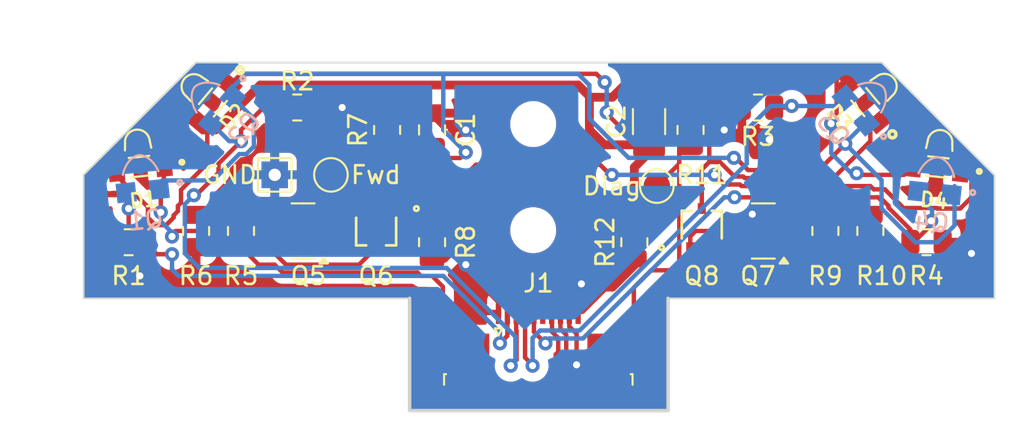
<source format=kicad_pcb>
(kicad_pcb (version 20241229) (generator "pcbnew") (generator_version "9.0")
  (layers (0 "F.Cu" signal) (2 "B.Cu" signal) (13 "F.Paste" user) (15 "B.Paste" user) (5 "F.SilkS" user "F.Silkscreen") (7 "B.SilkS" user "B.Silkscreen") (1 "F.Mask" user) (3 "B.Mask" user) (25 "Edge.Cuts" user))
  (net 0 "")
  (net 1 "+BATT")
  (net 2 "GND")
  (net 3 "Net-(D1-K)")
  (net 4 "Net-(D2-K)")
  (net 5 "D1")
  (net 6 "A0")
  (net 7 "A1")
  (net 8 "A2")
  (net 9 "A3")
  (net 10 "+3.3V")
  (net 11 "D0")
  (net 12 "Net-(Q1-C)")
  (net 13 "Net-(Q7-B)")
  (net 14 "Net-(Q7-C)")
  (net 15 "Net-(D1-A)")
  (net 16 "Net-(Q5-C)")
  (net 17 "Net-(Q5-B)")
  (footprint "Resistor_SMD:R_0805_2012Metric" (layer "F.Cu") (at 132.715 106.045 -90)
    (property "Reference" "R6" (at 2.54 0 180) (layer "F.SilkS"))
    (property "Value" "15k")
    (pad "1" smd roundrect (at -0.9125 0 270) (size 1.025 1.4) (layers "F.Cu" "F.Mask" "F.Paste") (roundrect_rratio 0.243902) (net 16 "Net-(Q5-C)"))
    (pad "2" smd roundrect (at 0.9125 0 270) (size 1.025 1.4) (layers "F.Cu" "F.Mask" "F.Paste") (roundrect_rratio 0.243902) (net 2 "GND"))
  )
  (footprint "Resistor_SMD:R_0805_2012Metric" (layer "F.Cu") (at 160.655 100.33 90)
    (property "Reference" "R11" (at -2.54 0.635 0) (layer "F.SilkS"))
    (property "Value" "1R5")
    (pad "1" smd roundrect (at -0.9125 0 90) (size 1.025 1.4) (layers "F.Cu" "F.Mask" "F.Paste") (roundrect_rratio 0.243902) (net 13 "Net-(Q7-B)"))
    (pad "2" smd roundrect (at 0.9125 0 90) (size 1.025 1.4) (layers "F.Cu" "F.Mask" "F.Paste") (roundrect_rratio 0.243902) (net 2 "GND"))
  )
  (footprint "TestPoint:TestPoint_THTPad_1.5x1.5mm_Drill0.7mm" (layer "F.Cu") (at 137.16 102.87)
    (property "Reference" "TP3")
    (property "Value" "GND" (at -2.54 0 0) (layer "F.SilkS"))
    (pad "1" thru_hole rect (at 0 0) (size 1.5 1.5) (drill 0.7) (layers "*.Cu" "*.Mask") (net 2 "GND"))
  )
  (footprint "Resistor_SMD:R_0805_2012Metric" (layer "F.Cu") (at 164.465 99.06 180)
    (property "Reference" "R3" (at 0 -1.65 0) (layer "F.SilkS"))
    (property "Value" "680R")
    (pad "1" smd roundrect (at -0.9125 0 180) (size 1.025 1.4) (layers "F.Cu" "F.Mask" "F.Paste") (roundrect_rratio 0.243902) (net 8 "A2"))
    (pad "2" smd roundrect (at 0.9125 0 180) (size 1.025 1.4) (layers "F.Cu" "F.Mask" "F.Paste") (roundrect_rratio 0.243902) (net 2 "GND"))
  )
  (footprint "Resistor_SMD:R_0805_2012Metric" (layer "F.Cu") (at 138.43 99.06)
    (property "Reference" "R2" (at 0.003483 -1.48959 0) (layer "F.SilkS"))
    (property "Value" "680R")
    (pad "1" smd roundrect (at -0.9125 0) (size 1.025 1.4) (layers "F.Cu" "F.Mask" "F.Paste") (roundrect_rratio 0.243902) (net 7 "A1"))
    (pad "2" smd roundrect (at 0.9125 0) (size 1.025 1.4) (layers "F.Cu" "F.Mask" "F.Paste") (roundrect_rratio 0.243902) (net 2 "GND"))
  )
  (footprint "MyOpto:UFM_TOS-M" (layer "F.Cu") (at 161.29 105.8799)
    (property "Reference" "Q8" (at 0 2.7051 0) (layer "F.SilkS"))
    (property "Value" "SSM3K122TU")
    (pad "1" smd rect (at -0.649999 1.1049) (size 0.4572 0.6096) (layers "F.Cu" "F.Mask" "F.Paste") (net 14 "Net-(Q7-C)"))
    (pad "2" smd rect (at 0.649999 1.1049) (size 0.4572 0.6096) (layers "F.Cu" "F.Mask" "F.Paste") (net 13 "Net-(Q7-B)"))
    (pad "3" smd rect (at 0 -1.1049) (size 0.4572 0.6096) (layers "F.Cu" "F.Mask" "F.Paste") (net 4 "Net-(D2-K)"))
  )
  (footprint "Resistor_SMD:R_0805_2012Metric" (layer "F.Cu") (at 128.905 106.68 180)
    (property "Reference" "R1" (at 0 -1.905 0) (layer "F.SilkS"))
    (property "Value" "510R")
    (pad "1" smd roundrect (at -0.9125 0 180) (size 1.025 1.4) (layers "F.Cu" "F.Mask" "F.Paste") (roundrect_rratio 0.243902) (net 6 "A0"))
    (pad "2" smd roundrect (at 0.9125 0 180) (size 1.025 1.4) (layers "F.Cu" "F.Mask" "F.Paste") (roundrect_rratio 0.243902) (net 2 "GND"))
  )
  (footprint "Capacitor_SMD:C_1206_3216Metric" (layer "F.Cu") (at 158.310474 99.857008 90)
    (property "Reference" "C2" (at 0 -1.85 90) (layer "F.SilkS"))
    (property "Value" "47uF")
    (pad "1" smd roundrect (at -1.475 0 90) (size 1.15 1.8) (layers "F.Cu" "F.Mask" "F.Paste") (roundrect_rratio 0.217391) (net 15 "Net-(D1-A)"))
    (pad "2" smd roundrect (at 1.475 0 90) (size 1.15 1.8) (layers "F.Cu" "F.Mask" "F.Paste") (roundrect_rratio 0.217391) (net 2 "GND"))
  )
  (footprint "TestPoint:TestPoint_Pad_D1.5mm" (layer "F.Cu") (at 140.335 102.87)
    (property "Reference" "TP2" (hide yes))
    (property "Value" "Fwd" (at 2.54 0 0) (layer "F.SilkS"))
    (pad "1" smd circle (at 0 0) (size 1.5 1.5) (layers "F.Cu" "F.Mask") (net 17 "Net-(Q5-B)"))
  )
  (footprint "Resistor_SMD:R_0805_2012Metric" (layer "F.Cu") (at 135.255 106.045 90)
    (property "Reference" "R5" (at -2.54 0 180) (layer "F.SilkS"))
    (property "Value" "1k")
    (pad "1" smd roundrect (at -0.9125 0 90) (size 1.025 1.4) (layers "F.Cu" "F.Mask" "F.Paste") (roundrect_rratio 0.243902) (net 11 "D0"))
    (pad "2" smd roundrect (at 0.9125 0 90) (size 1.025 1.4) (layers "F.Cu" "F.Mask" "F.Paste") (roundrect_rratio 0.243902) (net 16 "Net-(Q5-C)"))
  )
  (footprint "MyOpto:LED_SFH_4045N" (layer "F.Cu") (at 129.545543 102.404345 -174)
    (property "Reference" "D1" (at 0 -1.905 6) (layer "F.SilkS") (effects (font (size 0.8 0.8))))
    (property "Value" "SFH4045N")
    (pad "1" smd rect (at -1.35 0 186) (size 0.9 1.4) (layers "F.Cu" "F.Mask" "F.Paste") (net 3 "Net-(D1-K)"))
    (pad "2" smd rect (at 1.35 0 186) (size 0.9 1.4) (layers "F.Cu" "F.Mask" "F.Paste") (net 15 "Net-(D1-A)"))
  )
  (footprint "Package_TO_SOT_SMD:SOT-23" (layer "F.Cu") (at 138.7625 106.045 180)
    (property "Reference" "Q5" (at -0.3025 -2.54 0) (layer "F.SilkS"))
    (property "Value" "BC817")
    (pad "1" smd roundrect (at -0.9375 -0.95 180) (size 1.475 0.6) (layers "F.Cu" "F.Mask" "F.Paste") (net 17 "Net-(Q5-B)"))
    (pad "2" smd roundrect (at -0.9375 0.95 180) (size 1.475 0.6) (layers "F.Cu" "F.Mask" "F.Paste") (net 2 "GND"))
    (pad "3" smd roundrect (at 0.9375 0 180) (size 1.475 0.6) (layers "F.Cu" "F.Mask" "F.Paste") (net 16 "Net-(Q5-C)"))
  )
  (footprint "Resistor_SMD:R_0805_2012Metric" (layer "F.Cu") (at 146.05 106.68 90)
    (property "Reference" "R8" (at 0 1.905 90) (layer "F.SilkS"))
    (property "Value" "15R")
    (pad "1" smd roundrect (at -0.9125 0 90) (size 1.025 1.4) (layers "F.Cu" "F.Mask" "F.Paste") (roundrect_rratio 0.243902) (net 1 "+BATT"))
    (pad "2" smd roundrect (at 0.9125 0 90) (size 1.025 1.4) (layers "F.Cu" "F.Mask" "F.Paste") (roundrect_rratio 0.243902) (net 12 "Net-(Q1-C)"))
  )
  (footprint "Resistor_SMD:R_0805_2012Metric" (layer "F.Cu") (at 157.48 106.68 90)
    (property "Reference" "R12" (at 0 -1.65 90) (layer "F.SilkS"))
    (property "Value" "20R")
    (pad "1" smd roundrect (at -0.9125 0 90) (size 1.025 1.4) (layers "F.Cu" "F.Mask" "F.Paste") (roundrect_rratio 0.243902) (net 1 "+BATT"))
    (pad "2" smd roundrect (at 0.9125 0 90) (size 1.025 1.4) (layers "F.Cu" "F.Mask" "F.Paste") (roundrect_rratio 0.243902) (net 15 "Net-(D1-A)"))
  )
  (footprint "MyPassives:SlimFPC_1x10-1MP_P0.5mm_Horizontal_ExtPads" (layer "F.Cu") (at 152.055 112.105)
    (property "Reference" "J1" (at 0 -3.1 180) (layer "F.SilkS"))
    (property "Value" "10x0.5mm FPC")
    (pad "1" smd rect (at -2.25 -1.45) (size 0.3 1.3) (layers "F.Cu" "F.Mask" "F.Paste") (net 2 "GND"))
    (pad "2" smd rect (at -1.75 -1.45) (size 0.3 1.3) (layers "F.Cu" "F.Mask" "F.Paste") (net 6 "A0"))
    (pad "3" smd rect (at -1.25 -1.45) (size 0.3 1.3) (layers "F.Cu" "F.Mask" "F.Paste") (net 7 "A1"))
    (pad "4" smd rect (at -0.75 -1.45) (size 0.3 1.3) (layers "F.Cu" "F.Mask" "F.Paste") (net 8 "A2"))
    (pad "5" smd rect (at -0.25 -1.45) (size 0.3 1.3) (layers "F.Cu" "F.Mask" "F.Paste") (net 9 "A3"))
    (pad "6" smd rect (at 0.25 -1.45) (size 0.3 1.3) (layers "F.Cu" "F.Mask" "F.Paste") (net 10 "+3.3V"))
    (pad "7" smd rect (at 0.75 -1.45) (size 0.3 1.3) (layers "F.Cu" "F.Mask" "F.Paste") (net 11 "D0"))
    (pad "8" smd rect (at 1.25 -1.45) (size 0.3 1.3) (layers "F.Cu" "F.Mask" "F.Paste") (net 5 "D1"))
    (pad "9" smd rect (at 1.75 -1.45) (size 0.3 1.3) (layers "F.Cu" "F.Mask" "F.Paste") (net 2 "GND"))
    (pad "10" smd rect (at 2.25 -1.45) (size 0.3 1.3) (layers "F.Cu" "F.Mask" "F.Paste") (net 1 "+BATT"))
    (pad "MP" smd rect (at -3.798 1.016) (size 2.056 2.54) (layers "F.Cu" "F.Mask" "F.Paste"))
    (pad "MP" smd rect (at 3.798 1.016) (size 2.056 2.54) (layers "F.Cu" "F.Mask" "F.Paste"))
  )
  (footprint "Resistor_SMD:R_0805_2012Metric" (layer "F.Cu") (at 173.99 106.68)
    (property "Reference" "R4" (at 0 1.905 0) (layer "F.SilkS"))
    (property "Value" "510R")
    (pad "1" smd roundrect (at -0.9125 0) (size 1.025 1.4) (layers "F.Cu" "F.Mask" "F.Paste") (roundrect_rratio 0.243902) (net 9 "A3"))
    (pad "2" smd roundrect (at 0.9125 0) (size 1.025 1.4) (layers "F.Cu" "F.Mask" "F.Paste") (roundrect_rratio 0.243902) (net 2 "GND"))
  )
  (footprint "MyOpto:LED_SFH_4045N" (layer "F.Cu") (at 133.670013 98.773513 -130)
    (property "Reference" "D2" (at -0.085074 -1.417352 50) (layer "F.SilkS") (effects (font (size 0.8 0.8))))
    (property "Value" "SFH4045N")
    (pad "1" smd rect (at -1.35 0 230) (size 0.9 1.4) (layers "F.Cu" "F.Mask" "F.Paste") (net 4 "Net-(D2-K)"))
    (pad "2" smd rect (at 1.35 0 230) (size 0.9 1.4) (layers "F.Cu" "F.Mask" "F.Paste") (net 15 "Net-(D1-A)"))
  )
  (footprint "MountingHole:MountingHole_2.1mm" (layer "F.Cu") (at 151.765 106)
    (property "Reference" "REF-mh" (hide yes))
    (property "Value" "MountingHole_2.1mm" (hide yes))
    (pad "" np_thru_hole circle (at 0 0) (size 2.1 2.1) (drill 2.1) (layers "*.Cu" "*.Mask"))
  )
  (footprint "Capacitor_SMD:C_0805_2012Metric" (layer "F.Cu") (at 146.05 100.33 90)
    (property "Reference" "C1" (at 0 1.905 90) (layer "F.SilkS"))
    (property "Value" "2.2uF")
    (pad "1" smd roundrect (at -0.95 0 90) (size 1 1.45) (layers "F.Cu" "F.Mask" "F.Paste") (net 12 "Net-(Q1-C)"))
    (pad "2" smd roundrect (at 0.95 0 90) (size 1 1.45) (layers "F.Cu" "F.Mask" "F.Paste") (net 2 "GND"))
  )
  (footprint "Resistor_SMD:R_0805_2012Metric" (layer "F.Cu") (at 170.815 106.045 -90)
    (property "Reference" "R10" (at 2.54 -0.635 180) (layer "F.SilkS"))
    (property "Value" "15k")
    (pad "1" smd roundrect (at -0.9125 0 270) (size 1.025 1.4) (layers "F.Cu" "F.Mask" "F.Paste") (roundrect_rratio 0.243902) (net 14 "Net-(Q7-C)"))
    (pad "2" smd roundrect (at 0.9125 0 270) (size 1.025 1.4) (layers "F.Cu" "F.Mask" "F.Paste") (roundrect_rratio 0.243902) (net 2 "GND"))
  )
  (footprint "TestPoint:TestPoint_Pad_D1.5mm" (layer "F.Cu") (at 158.75 103.505)
    (property "Reference" "TP1" (hide yes))
    (property "Value" "Diag" (at -2.54 0 0) (layer "F.SilkS"))
    (pad "1" smd circle (at 0 0) (size 1.5 1.5) (layers "F.Cu" "F.Mask") (net 13 "Net-(Q7-B)"))
  )
  (footprint "Package_TO_SOT_SMD:SOT-23" (layer "F.Cu") (at 164.7675 106.045 180)
    (property "Reference" "Q7" (at 0.3025 -2.54 0) (layer "F.SilkS"))
    (property "Value" "BC817")
    (pad "1" smd roundrect (at -0.9375 -0.95 180) (size 1.475 0.6) (layers "F.Cu" "F.Mask" "F.Paste") (net 13 "Net-(Q7-B)"))
    (pad "2" smd roundrect (at -0.9375 0.95 180) (size 1.475 0.6) (layers "F.Cu" "F.Mask" "F.Paste") (net 2 "GND"))
    (pad "3" smd roundrect (at 0.9375 0 180) (size 1.475 0.6) (layers "F.Cu" "F.Mask" "F.Paste") (net 14 "Net-(Q7-C)"))
  )
  (footprint "MountingHole:MountingHole_2.1mm" (layer "F.Cu") (at 151.765 100)
    (property "Reference" "REF-mh" (hide yes))
    (property "Value" "MountingHole_2.1mm" (hide yes))
    (pad "" np_thru_hole circle (at 0 0) (size 2.1 2.1) (drill 2.1) (layers "*.Cu" "*.Mask"))
  )
  (footprint "MyOpto:LED_SFH_4045N" (layer "F.Cu") (at 174.6032 102.426522 174)
    (property "Reference" "D4" (at 0 -1.905 174) (layer "F.SilkS") (effects (font (size 0.8 0.8))))
    (property "Value" "SFH4045N")
    (pad "1" smd rect (at -1.35 0 174) (size 0.9 1.4) (layers "F.Cu" "F.Mask" "F.Paste") (net 3 "Net-(D1-K)"))
    (pad "2" smd rect (at 1.35 0 174) (size 0.9 1.4) (layers "F.Cu" "F.Mask" "F.Paste") (net 15 "Net-(D1-A)"))
  )
  (footprint "Resistor_SMD:R_0805_2012Metric" (layer "F.Cu") (at 168.275 106.045 90)
    (property "Reference" "R9" (at -2.54 0 180) (layer "F.SilkS"))
    (property "Value" "1k")
    (pad "1" smd roundrect (at -0.9125 0 90) (size 1.025 1.4) (layers "F.Cu" "F.Mask" "F.Paste") (roundrect_rratio 0.243902) (net 5 "D1"))
    (pad "2" smd roundrect (at 0.9125 0 90) (size 1.025 1.4) (layers "F.Cu" "F.Mask" "F.Paste") (roundrect_rratio 0.243902) (net 14 "Net-(Q7-C)"))
  )
  (footprint "Resistor_SMD:R_0805_2012Metric" (layer "F.Cu") (at 143.51 100.33 90)
    (property "Reference" "R7" (at 0 -1.65 90) (layer "F.SilkS"))
    (property "Value" "1R5")
    (pad "1" smd roundrect (at -0.9125 0 90) (size 1.025 1.4) (layers "F.Cu" "F.Mask" "F.Paste") (roundrect_rratio 0.243902) (net 17 "Net-(Q5-B)"))
    (pad "2" smd roundrect (at 0.9125 0 90) (size 1.025 1.4) (layers "F.Cu" "F.Mask" "F.Paste") (roundrect_rratio 0.243902) (net 2 "GND"))
  )
  (footprint "MyOpto:LED_SFH_4045N" (layer "F.Cu") (at 170.531252 98.755178 130)
    (property "Reference" "D3" (at 0.238057 -1.682327 130) (layer "F.SilkS") (effects (font (size 0.8 0.8))))
    (property "Value" "SFH4045N")
    (pad "1" smd rect (at -1.35 0 130) (size 0.9 1.4) (layers "F.Cu" "F.Mask" "F.Paste") (net 4 "Net-(D2-K)"))
    (pad "2" smd rect (at 1.35 0 130) (size 0.9 1.4) (layers "F.Cu" "F.Mask" "F.Paste") (net 15 "Net-(D1-A)"))
  )
  (footprint "MyOpto:UFM_TOS-M" (layer "F.Cu") (at 142.889999 105.8799 180)
    (property "Reference" "Q6" (at 0 -2.7051 0) (layer "F.SilkS"))
    (property "Value" "SSM3K122TU")
    (pad "1" smd rect (at -0.649999 1.1049 180) (size 0.4572 0.6096) (layers "F.Cu" "F.Mask" "F.Paste") (net 16 "Net-(Q5-C)"))
    (pad "2" smd rect (at 0.649999 1.1049 180) (size 0.4572 0.6096) (layers "F.Cu" "F.Mask" "F.Paste") (net 17 "Net-(Q5-B)"))
    (pad "3" smd rect (at 0 -1.1049 180) (size 0.4572 0.6096) (layers "F.Cu" "F.Mask" "F.Paste") (net 3 "Net-(D1-K)"))
  )
  (footprint "MyOpto:PT100_SHP_H" (layer "B.Cu") (at 170.18 99.06 130)
    (property "Reference" "Q3" (at 0 -1.904999 310) (layer "B.SilkS") (effects (justify mirror)))
    (property "Value" "PT100MF0MP")
    (pad "1" smd rect (at -0.946832 -0.253999 130) (size 1.1 1.1) (layers "B.Cu" "B.Mask" "B.Paste") (net 12 "Net-(Q1-C)"))
    (pad "2" smd rect (at 0.926022 -0.254 130) (size 1.1 1.1) (layers "B.Cu" "B.Mask" "B.Paste") (net 8 "A2"))
  )
  (footprint "MyOpto:PT100_SHP_H" (layer "B.Cu") (at 133.985 99.06 -130)
    (property "Reference" "Q2" (at 0 -1.904999 50) (layer "B.SilkS") (effects (justify mirror)))
    (property "Value" "PT100MF0MP")
    (pad "1" smd rect (at -0.946832 -0.254 230) (size 1.1 1.1) (layers "B.Cu" "B.Mask" "B.Paste") (net 12 "Net-(Q1-C)"))
    (pad "2" smd rect (at 0.926022 -0.254 230) (size 1.1 1.1) (layers "B.Cu" "B.Mask" "B.Paste") (net 7 "A1"))
  )
  (footprint "MyOpto:PT100_SHP_H" (layer "B.Cu") (at 174.465912 103.646933 174)
    (property "Reference" "Q4" (at -0.000001 -1.905 354) (layer "B.SilkS") (effects (justify mirror)))
    (property "Value" "PT100MF0MP")
    (pad "1" smd rect (at -0.946832 -0.254 174) (size 1.1 1.1) (layers "B.Cu" "B.Mask" "B.Paste") (net 12 "Net-(Q1-C)"))
    (pad "2" smd rect (at 0.926022 -0.254 174) (size 1.1 1.1) (layers "B.Cu" "B.Mask" "B.Paste") (net 9 "A3"))
  )
  (footprint "MyOpto:PT100_SHP_H" (layer "B.Cu") (at 129.662135 103.525624 -174)
    (property "Reference" "Q1" (at 0 -1.905 6) (layer "B.SilkS") (effects (justify mirror)))
    (property "Value" "PT100MF0MP")
    (pad "1" smd rect (at -0.946832 -0.254 186) (size 1.1 1.1) (layers "B.Cu" "B.Mask" "B.Paste") (net 12 "Net-(Q1-C)"))
    (pad "2" smd rect (at 0.926022 -0.254 186) (size 1.1 1.1) (layers "B.Cu" "B.Mask" "B.Paste") (net 6 "A0"))
  )
  (gr_line (start 143.51 102.235) (end 140.97 102.87) (stroke (width 0.2)) (layer "F.Cu") (net 17))
  (gr_line (start 126.365 109.855) (end 126.365 102.87) (stroke (width 0.1)) (layer "Edge.Cuts"))
  (gr_line (start 132.715 96.52) (end 171.453481 96.52) (stroke (width 0.1)) (layer "Edge.Cuts"))
  (gr_line (start 177.830369 109.855) (end 159.385 109.855) (stroke (width 0.1)) (layer "Edge.Cuts"))
  (gr_line (start 144.78 116.205) (end 159.385 116.205) (stroke (width 0.2)) (layer "Edge.Cuts"))
  (gr_line (start 144.78 109.855) (end 144.78 116.205) (stroke (width 0.2)) (layer "Edge.Cuts"))
  (gr_line (start 177.830369 109.855) (end 177.830369 102.896888) (stroke (width 0.1)) (layer "Edge.Cuts"))
  (gr_line (start 144.78 109.855) (end 126.365 109.855) (stroke (width 0.1)) (layer "Edge.Cuts"))
  (gr_line (start 177.830369 102.896888) (end 171.453481 96.52) (stroke (width 0.1)) (layer "Edge.Cuts"))
  (gr_line (start 159.385 116.205) (end 159.385 109.855) (stroke (width 0.2)) (layer "Edge.Cuts"))
  (gr_line (start 126.365 102.87) (end 132.715 96.52) (stroke (width 0.1)) (layer "Edge.Cuts"))
  (segment (start 156.239998 109.22) (end 157.48 107.979998) (width 0.5) (layer "F.Cu") (net 1))
  (segment (start 154.305 110.49) (end 154.305 110.755) (width 0.25) (layer "F.Cu") (net 1))
  (segment (start 156.21 104.669961) (end 156.21 109.22) (width 0.5) (layer "F.Cu") (net 1))
  (segment (start 154.406 110.454) (end 154.442 110.49) (width 0.5) (layer "F.Cu") (net 1))
  (segment (start 146.05 107.5925) (end 146.725 107.5925) (width 0.5) (layer "F.Cu") (net 1))
  (segment (start 146.725 107.5925) (end 147.955 106.3625) (width 0.5) (layer "F.Cu") (net 1))
  (segment (start 154.507 110.49) (end 155.777 109.22) (width 0.5) (layer "F.Cu") (net 1))
  (segment (start 155.777 109.22) (end 156.239998 109.22) (width 0.5) (layer "F.Cu") (net 1))
  (segment (start 154.442 110.49) (end 154.507 110.49) (width 0.5) (layer "F.Cu") (net 1))
  (segment (start 148.769588 102.87) (end 154.410039 102.87) (width 0.5) (layer "F.Cu") (net 1))
  (segment (start 147.955 106.3625) (end 147.955 103.684588) (width 0.5) (layer "F.Cu") (net 1))
  (segment (start 147.955 103.684588) (end 148.769588 102.87) (width 0.5) (layer "F.Cu") (net 1))
  (segment (start 157.48 107.979998) (end 157.48 107.5925) (width 0.5) (layer "F.Cu") (net 1))
  (segment (start 154.410039 102.87) (end 156.21 104.669961) (width 0.5) (layer "F.Cu") (net 1))
  (segment (start 160.655 99.4175) (end 159.345966 99.4175) (width 0.5) (layer "F.Cu") (net 2))
  (segment (start 132.715 107.47) (end 131.6 108.585) (width 0.25) (layer "F.Cu") (net 2))
  (segment (start 175.895 107.95) (end 176.53 107.315) (width 0.5) (layer "F.Cu") (net 2))
  (segment (start 175.6175 106.68) (end 174.9025 106.68) (width 0.5) (layer "F.Cu") (net 2))
  (segment (start 140.97 99.06) (end 139.3425 99.06) (width 0.5) (layer "F.Cu") (net 2))
  (segment (start 146.05 99.38) (end 146.685 100.015) (width 0.5) (layer "F.Cu") (net 2))
  (segment (start 153.805 111.44957) (end 153.805 110.655) (width 0.25) (layer "F.Cu") (net 2))
  (segment (start 146.685 100.015) (end 147.64 100.015) (width 0.5) (layer "F.Cu") (net 2))
  (segment (start 171.0925 106.9575) (end 172.085 107.95) (width 0.5) (layer "F.Cu") (net 2))
  (segment (start 147.955 108.194694) (end 149.805 110.044694) (width 0.3) (layer "F.Cu") (net 2))
  (segment (start 176.1725 106.9575) (end 175.895 106.9575) (width 0.5) (layer "F.Cu") (net 2))
  (segment (start 170.815 106.9575) (end 171.0925 106.9575) (width 0.5) (layer "F.Cu") (net 2))
  (segment (start 175.895 106.9575) (end 175.6175 106.68) (width 0.5) (layer "F.Cu") (net 2))
  (segment (start 172.085 107.95) (end 175.895 107.95) (width 0.5) (layer "F.Cu") (net 2))
  (segment (start 176.53 107.315) (end 176.1725 106.9575) (width 0.5) (layer "F.Cu") (net 2))
  (segment (start 147.955 107.95) (end 147.955 108.194694) (width 0.3) (layer "F.Cu") (net 2))
  (segment (start 147.64 100.015) (end 147.955 100.33) (width 0.5) (layer "F.Cu") (net 2))
  (segment (start 154.215165 113.615199) (end 154.215165 111.859735) (width 0.25) (layer "F.Cu") (net 2))
  (segment (start 148.755 110.655) (end 149.805 110.655) (width 0.3) (layer "F.Cu") (net 2))
  (segment (start 153.805 109.72) (end 153.805 110.755) (width 0.3) (layer "F.Cu") (net 2))
  (segment (start 154.215165 111.859735) (end 153.805 111.44957) (width 0.25) (layer "F.Cu") (net 2))
  (segment (start 159.345966 99.4175) (end 158.310474 98.382008) (width 0.5) (layer "F.Cu") (net 2))
  (segment (start 149.805 110.044694) (end 149.805 110.755) (width 0.3) (layer "F.Cu") (net 2))
  (segment (start 132.715 106.9575) (end 132.715 107.47) (width 0.25) (layer "F.Cu") (net 2))
  (segment (start 131.6 108.585) (end 129.54 108.585) (width 0.25) (layer "F.Cu") (net 2))
  (segment (start 164.145 105.095) (end 165.705 105.095) (width 0.5) (layer "F.Cu") (net 2))
  (segment (start 154.487541 109.037459) (end 153.805 109.72) (width 0.3) (layer "F.Cu") (net 2))
  (via (at 176.53 107.315) (size 0.8) (drill 0.4) (layers "F.Cu" "B.Cu") (net 2))
  (via (at 129.54 108.585) (size 0.8) (drill 0.4) (layers "F.Cu" "B.Cu") (net 2))
  (via (at 164.145 105.095) (size 0.8) (drill 0.4) (layers "F.Cu" "B.Cu") (net 2))
  (via (at 140.97 99.06) (size 0.8) (drill 0.4) (layers "F.Cu" "B.Cu") (net 2))
  (via (at 162.56 100.33) (size 0.8) (drill 0.4) (layers "F.Cu" "B.Cu") (net 2))
  (via (at 154.215165 113.615199) (size 0.8) (drill 0.4) (layers "F.Cu" "B.Cu") (net 2))
  (via (at 147.955 100.33) (size 0.8) (drill 0.4) (layers "F.Cu" "B.Cu") (net 2))
  (via (at 165.1 100.875) (size 0.8) (drill 0.4) (layers "F.Cu" "B.Cu") (net 2))
  (via (at 154.487541 109.037459) (size 0.8) (drill 0.4) (layers "F.Cu" "B.Cu") (net 2))
  (via (at 147.955 107.95) (size 0.8) (drill 0.4) (layers "F.Cu" "B.Cu") (net 2))
  (segment (start 163.443026 103.413) (end 163.535026 103.505) (width 0.25) (layer "F.Cu") (net 3))
  (segment (start 175.895 104.775) (end 176.53 104.14) (width 0.25) (layer "F.Cu") (net 3))
  (segment (start 162.840586 103.414) (end 162.841586 103.413) (width 0.25) (layer "F.Cu") (net 3))
  (segment (start 135.89 106.045) (end 137.795 107.95) (width 0.25) (layer "F.Cu") (net 3))
  (segment (start 162.559 103.414) (end 162.840586 103.414) (width 0.25) (layer "F.Cu") (net 3))
  (segment (start 156.21 102.87) (end 156.12 102.87) (width 0.25) (layer "F.Cu") (net 3))
  (segment (start 137.795 107.95) (end 141.924799 107.95) (width 0.25) (layer "F.Cu") (net 3))
  (segment (start 163.535026 103.505) (end 170.815 103.505) (width 0.25) (layer "F.Cu") (net 3))
  (segment (start 130.72 104.988621) (end 130.72 103.675) (width 0.25) (layer "F.Cu") (net 3))
  (segment (start 162.015 102.87) (end 162.559 103.414) (width 0.25) (layer "F.Cu") (net 3))
  (segment (start 147.32 103.505) (end 147.32 106.031514) (width 0.25) (layer "F.Cu") (net 3))
  (segment (start 130.89 102.311992) (end 130.884435 102.306427) (width 0.25) (layer "F.Cu") (net 3))
  (segment (start 170.815 103.505) (end 170.999 103.689) (width 0.25) (layer "F.Cu") (net 3))
  (segment (start 131.355 106.357957) (end 131.355 106.255) (width 0.25) (layer "F.Cu") (net 3))
  (segment (start 143.673399 106.68) (end 143.368599 106.9848) (width 0.25) (layer "F.Cu") (net 3))
  (segment (start 172.687443 104.742443) (end 174.554628 104.742443) (width 0.25) (layer "F.Cu") (net 3))
  (segment (start 155.544 102.294) (end 148.531 102.294) (width 0.25) (layer "F.Cu") (net 3))
  (segment (start 146.671514 106.68) (end 143.673399 106.68) (width 0.25) (layer "F.Cu") (net 3))
  (segment (start 174.587185 104.775) (end 175.895 104.775) (width 0.25) (layer "F.Cu") (net 3))
  (segment (start 162.841586 103.413) (end 163.443026 103.413) (width 0.25) (layer "F.Cu") (net 3))
  (segment (start 176.108322 102.448322) (end 175.975 102.448322) (width 0.25) (layer "F.Cu") (net 3))
  (segment (start 131.565 106.045) (end 135.89 106.045) (width 0.25) (layer "F.Cu") (net 3))
  (segment (start 170.999 103.689) (end 171.634 103.689) (width 0.25) (layer "F.Cu") (net 3))
  (segment (start 176.53 104.14) (end 176.53 102.87) (width 0.25) (layer "F.Cu") (net 3))
  (segment (start 148.531 102.294) (end 147.32 103.505) (width 0.25) (layer "F.Cu") (net 3))
  (segment (start 130.72 103.675) (end 130.89 103.505) (width 0.25) (layer "F.Cu") (net 3))
  (segment (start 130.89 103.505) (end 130.89 102.311992) (width 0.25) (layer "F.Cu") (net 3))
  (segment (start 174.554628 104.742443) (end 174.587185 104.775) (width 0.25) (layer "F.Cu") (net 3))
  (segment (start 143.368599 106.9848) (end 142.889999 106.9848) (width 0.25) (layer "F.Cu") (net 3))
  (segment (start 171.634 103.689) (end 172.687443 104.742443) (width 0.25) (layer "F.Cu") (net 3))
  (segment (start 176.53 102.87) (end 176.108322 102.448322) (width 0.25) (layer "F.Cu") (net 3))
  (segment (start 147.32 106.031514) (end 146.671514 106.68) (width 0.25) (layer "F.Cu") (net 3))
  (segment (start 131.355 106.255) (end 131.565 106.045) (width 0.25) (layer "F.Cu") (net 3))
  (segment (start 175.975 102.448322) (end 175.9532 102.426522) (width 0.25) (layer "F.Cu") (net 3))
  (segment (start 156.12 102.87) (end 155.544 102.294) (width 0.25) (layer "F.Cu") (net 3))
  (segment (start 141.924799 107.95) (end 142.889999 106.9848) (width 0.25) (layer "F.Cu") (net 3))
  (via (at 162.015 102.87) (size 0.8) (drill 0.4) (layers "F.Cu" "B.Cu") (net 3))
  (via (at 130.72 104.988621) (size 0.8) (drill 0.4) (layers "F.Cu" "B.Cu") (net 3))
  (via (at 156.21 102.87) (size 0.8) (drill 0.4) (layers "F.Cu" "B.Cu") (net 3))
  (via (at 131.355 106.357957) (size 0.8) (drill 0.4) (layers "F.Cu" "B.Cu") (net 3))
  (segment (start 131.355 106.135) (end 130.72 105.5) (width 0.25) (layer "B.Cu") (net 3))
  (segment (start 131.355 106.357957) (end 131.355 106.135) (width 0.25) (layer "B.Cu") (net 3))
  (segment (start 130.72 105.5) (end 130.72 104.988621) (width 0.25) (layer "B.Cu") (net 3))
  (segment (start 156.21 102.87) (end 162.015 102.87) (width 0.25) (layer "B.Cu") (net 3))
  (segment (start 168.726 103.054) (end 170.815 100.965) (width 0.25) (layer "F.Cu") (net 4))
  (segment (start 171.090149 99.993985) (end 171.265027 99.993985) (width 0.25) (layer "F.Cu") (net 4))
  (segment (start 161.289 103.17072) (end 161.289 102.56928) (width 0.25) (layer "F.Cu") (net 4))
  (segment (start 134.228087 97.720953) (end 134.529 98.021866) (width 0.25) (layer "F.Cu") (net 4))
  (segment (start 161.71428 100.767766) (end 161.71428 102.144) (width 0.25) (layer "F.Cu") (net 4))
  (segment (start 161.71428 102.144) (end 162.31572 102.144) (width 0.25) (layer "F.Cu") (net 4))
  (segment (start 161.29 103.17172) (end 161.289 103.17072) (width 0.25) (layer "F.Cu") (net 4))
  (segment (start 134.760866 97.649134) (end 134.257138 97.649134) (width 0.25) (layer "F.Cu") (net 4))
  (segment (start 156.845 100.33) (end 161.276514 100.33) (width 0.25) (layer "F.Cu") (net 4))
  (segment (start 135.255 97.155) (end 134.760866 97.649134) (width 0.25) (layer "F.Cu") (net 4))
  (segment (start 155.330306 97.155) (end 135.255 97.155) (width 0.25) (layer "F.Cu") (net 4))
  (segment (start 155.917081 99.402081) (end 156.845 100.33) (width 0.25) (layer "F.Cu") (net 4))
  (segment (start 170.815 100.269134) (end 171.090149 99.993985) (width 0.25) (layer "F.Cu") (net 4))
  (segment (start 134.389217 97.620083) (end 134.228087 97.620083) (width 0.25) (layer "F.Cu") (net 4))
  (segment (start 170.815 100.965) (end 170.815 100.269134) (width 0.25) (layer "F.Cu") (net 4))
  (segment (start 163.13372 102.962) (end 163.629836 102.962) (width 0.25) (layer "F.Cu") (net 4))
  (segment (start 161.29 104.775) (end 161.29 103.17172) (width 0.25) (layer "F.Cu") (net 4))
  (segment (start 161.289 102.56928) (end 161.71428 102.144) (width 0.25) (layer "F.Cu") (net 4))
  (segment (start 134.228087 97.620083) (end 134.228087 97.720953) (width 0.25) (layer "F.Cu") (net 4))
  (segment (start 162.31572 102.144) (end 163.13372 102.962) (width 0.25) (layer "F.Cu") (net 4))
  (segment (start 155.803339 97.628033) (end 155.330306 97.155) (width 0.25) (layer "F.Cu") (net 4))
  (segment (start 155.917081 99.329033) (end 155.917081 99.402081) (width 0.25) (layer "F.Cu") (net 4))
  (segment (start 134.257138 97.649134) (end 134.228087 97.620083) (width 0.25) (layer "F.Cu") (net 4))
  (segment (start 161.276514 100.33) (end 161.71428 100.767766) (width 0.25) (layer "F.Cu") (net 4))
  (segment (start 163.629836 102.962) (end 163.721836 103.054) (width 0.25) (layer "F.Cu") (net 4))
  (segment (start 163.721836 103.054) (end 168.726 103.054) (width 0.25) (layer "F.Cu") (net 4))
  (via (at 155.803339 97.628033) (size 0.8) (drill 0.4) (layers "F.Cu" "B.Cu") (net 4))
  (via (at 155.917081 99.329033) (size 0.8) (drill 0.4) (layers "F.Cu" "B.Cu") (net 4))
  (segment (start 155.917081 97.741775) (end 155.803339 97.628033) (width 0.25) (layer "B.Cu") (net 4))
  (segment (start 155.917081 99.329033) (end 155.917081 97.741775) (width 0.25) (layer "B.Cu") (net 4))
  (segment (start 167.3625 106.9575) (end 168.275 106.9575) (width 0.25) (layer "F.Cu") (net 5))
  (segment (start 157.451 114.935) (end 157.451 109.249) (width 0.25) (layer "F.Cu") (net 5))
  (segment (start 153.305 111.58738) (end 153.631211 111.913591) (width 0.25) (layer "F.Cu") (net 5))
  (segment (start 157.451 109.249) (end 158.4325 108.2675) (width 0.25) (layer "F.Cu") (net 5))
  (segment (start 158.4325 108.2675) (end 161.6075 108.2675) (width 0.25) (layer "F.Cu") (net 5))
  (segment (start 154.305 114.935) (end 157.451 114.935) (width 0.25) (layer "F.Cu") (net 5))
  (segment (start 153.631211 111.913591) (end 153.631211 113.071599) (width 0.25) (layer "F.Cu") (net 5))
  (segment (start 161.925 107.95) (end 166.37 107.95) (width 0.25) (layer "F.Cu") (net 5))
  (segment (start 153.486 113.21681) (end 153.486 114.116) (width 0.25) (layer "F.Cu") (net 5))
  (segment (start 153.305 110.755) (end 153.305 111.58738) (width 0.25) (layer "F.Cu") (net 5))
  (segment (start 153.631211 113.071599) (end 153.486 113.21681) (width 0.25) (layer "F.Cu") (net 5))
  (segment (start 153.486 114.116) (end 154.305 114.935) (width 0.25) (layer "F.Cu") (net 5))
  (segment (start 161.6075 108.2675) (end 161.925 107.95) (width 0.25) (layer "F.Cu") (net 5))
  (segment (start 166.37 107.95) (end 167.3625 106.9575) (width 0.25) (layer "F.Cu") (net 5))
  (segment (start 128.905 104.775) (end 128.905 105.7675) (width 0.25) (layer "F.Cu") (net 6))
  (segment (start 128.905 105.7675) (end 129.8175 106.68) (width 0.25) (layer "F.Cu") (net 6))
  (segment (start 130.497273 107.359773) (end 129.8175 106.68) (width 0.25) (layer "F.Cu") (net 6))
  (segment (start 150.305 111.975002) (end 149.885002 112.395) (width 0.25) (layer "F.Cu") (net 6))
  (segment (start 131.356383 107.359773) (end 130.497273 107.359773) (width 0.25) (layer "F.Cu") (net 6))
  (segment (start 150.305 110.755) (end 150.305 111.975002) (width 0.25) (layer "F.Cu") (net 6))
  (via (at 149.885002 112.395) (size 0.8) (drill 0.4) (layers "F.Cu" "B.Cu") (net 6))
  (via (at 131.356383 107.359773) (size 0.8) (drill 0.4) (layers "F.Cu" "B.Cu") (net 6))
  (via (at 128.905 104.775) (size 0.8) (drill 0.4) (layers "F.Cu" "B.Cu") (net 6))
  (segment (start 128.905 104.775) (end 128.905 103.820001) (width 0.25) (layer "B.Cu") (net 6))
  (segment (start 149.885002 111.787812) (end 149.885002 112.395) (width 0.25) (layer "B.Cu") (net 6))
  (segment (start 131.356383 107.359773) (end 131.122727 107.359773) (width 0.25) (layer "B.Cu") (net 6))
  (segment (start 131.356383 107.359773) (end 131.356383 108.218883) (width 0.25) (layer "B.Cu") (net 6))
  (segment (start 131.7225 108.585) (end 146.68219 108.585) (width 0.25) (layer "B.Cu") (net 6))
  (segment (start 131.356383 108.218883) (end 131.7225 108.585) (width 0.25) (layer "B.Cu") (net 6))
  (segment (start 128.905 103.820001) (end 128.589999 103.505) (width 0.25) (layer "B.Cu") (net 6))
  (segment (start 146.68219 108.585) (end 149.885002 111.787812) (width 0.25) (layer "B.Cu") (net 6))
  (segment (start 133.985 102.235) (end 135.255 100.965) (width 0.25) (layer "F.Cu") (net 7))
  (segment (start 150.82474 111.686574) (end 150.805 111.666834) (width 0.25) (layer "F.Cu") (net 7))
  (segment (start 132.590304 104.020001) (end 132.714999 104.020001) (width 0.25) (layer "F.Cu") (net 7))
  (segment (start 150.495 113.665) (end 150.82474 113.33526) (width 0.25) (layer "F.Cu") (net 7))
  (segment (start 135.255 100.33) (end 136.525 99.06) (width 0.25) (layer "F.Cu") (net 7))
  (segment (start 150.82474 113.33526) (end 150.82474 111.686574) (width 0.25) (layer "F.Cu") (net 7))
  (segment (start 132.714999 104.020001) (end 133.985 102.75) (width 0.25) (layer "F.Cu") (net 7))
  (segment (start 150.805 111.666834) (end 150.805 110.755) (width 0.25) (layer "F.Cu") (net 7))
  (segment (start 135.255 100.965) (end 135.255 100.33) (width 0.25) (layer "F.Cu") (net 7))
  (segment (start 136.525 99.06) (end 137.5175 99.06) (width 0.25) (layer "F.Cu") (net 7))
  (segment (start 133.985 102.75) (end 133.985 102.235) (width 0.25) (layer "F.Cu") (net 7))
  (via (at 150.495 113.665) (size 0.8) (drill 0.4) (layers "F.Cu" "B.Cu") (net 7))
  (via (at 135.255 100.965) (size 0.8) (drill 0.4) (layers "F.Cu" "B.Cu") (net 7))
  (via (at 132.590304 104.020001) (size 0.8) (drill 0.4) (layers "F.Cu" "B.Cu") (net 7))
  (segment (start 150.756791 112.021791) (end 150.756791 113.403209) (width 0.25) (layer "B.Cu") (net 7))
  (segment (start 132.08 104.530305) (end 132.08 107.315) (width 0.25) (layer "B.Cu") (net 7))
  (segment (start 132.899 108.134) (end 146.869 108.134) (width 0.25) (layer "B.Cu") (net 7))
  (segment (start 150.756791 113.403209) (end 150.495 113.665) (width 0.25) (layer "B.Cu") (net 7))
  (segment (start 146.869 108.134) (end 150.756791 112.021791) (width 0.25) (layer "B.Cu") (net 7))
  (segment (start 132.08 107.315) (end 132.899 108.134) (width 0.25) (layer "B.Cu") (net 7))
  (segment (start 134.592274 100.965) (end 133.509999 99.882725) (width 0.25) (layer "B.Cu") (net 7))
  (segment (start 132.590304 104.020001) (end 132.08 104.530305) (width 0.25) (layer "B.Cu") (net 7))
  (segment (start 135.255 100.965) (end 134.592274 100.965) (width 0.25) (layer "B.Cu") (net 7))
  (segment (start 166.0125 99.06) (end 165.3775 99.06) (width 0.25) (layer "F.Cu") (net 8))
  (segment (start 166.37 98.971917) (end 166.100583 98.971917) (width 0.25) (layer "F.Cu") (net 8))
  (segment (start 151.729211 113.629211) (end 151.305 113.205) (width 0.25) (layer "F.Cu") (net 8))
  (segment (start 151.305 113.205) (end 151.305 110.755) (width 0.25) (layer "F.Cu") (net 8))
  (segment (start 151.729211 113.665) (end 151.729211 113.629211) (width 0.25) (layer "F.Cu") (net 8))
  (segment (start 166.100583 98.971917) (end 166.0125 99.06) (width 0.25) (layer "F.Cu") (net 8))
  (via (at 151.729211 113.665) (size 0.8) (drill 0.4) (layers "F.Cu" "B.Cu") (net 8))
  (via (at 166.37 98.971917) (size 0.8) (drill 0.4) (layers "F.Cu" "B.Cu") (net 8))
  (segment (start 166.37 98.971917) (end 165.185273 98.971917) (width 0.25) (layer "B.Cu") (net 8))
  (segment (start 169.705 98.237275) (end 169.704999 98.237275) (width 0.25) (layer "B.Cu") (net 8))
  (segment (start 167.717505 98.971917) (end 167.722794 98.977206) (width 0.25) (layer "B.Cu") (net 8))
  (segment (start 166.37 98.971917) (end 167.717505 98.971917) (width 0.25) (layer "B.Cu") (net 8))
  (segment (start 165.185273 98.971917) (end 163.83 100.32719) (width 0.25) (layer "B.Cu") (net 8))
  (segment (start 163.83 100.32719) (end 163.83 102.235) (width 0.25) (layer "B.Cu") (net 8))
  (segment (start 152.153491 111.675121) (end 151.728211 112.100401) (width 0.25) (layer "B.Cu") (net 8))
  (segment (start 167.722794 98.977206) (end 168.965069 98.977206) (width 0.25) (layer "B.Cu") (net 8))
  (segment (start 151.729211 112.702841) (end 151.729211 113.665) (width 0.25) (layer "B.Cu") (net 8))
  (segment (start 163.83 102.235) (end 154.389879 111.675121) (width 0.25) (layer "B.Cu") (net 8))
  (segment (start 154.389879 111.675121) (end 152.153491 111.675121) (width 0.25) (layer "B.Cu") (net 8))
  (segment (start 151.728211 112.701841) (end 151.729211 112.702841) (width 0.25) (layer "B.Cu") (net 8))
  (segment (start 168.965069 98.977206) (end 169.705 98.237275) (width 0.25) (layer "B.Cu") (net 8))
  (segment (start 151.728211 112.100401) (end 151.728211 112.701841) (width 0.25) (layer "B.Cu") (net 8))
  (segment (start 174.253908 105.468443) (end 174.303922 105.518457) (width 0.25) (layer "F.Cu") (net 9))
  (segment (start 171.510514 104.294) (end 171.841 104.624486) (width 0.25) (layer "F.Cu") (net 9))
  (segment (start 151.805 111.748342) (end 152.454211 112.397553) (width 0.25) (layer "F.Cu") (net 9))
  (segment (start 152.454211 112.397553) (end 152.454211 112.401121) (width 0.25) (layer "F.Cu") (net 9))
  (segment (start 174.303922 105.518457) (end 174.303922 105.643922) (width 0.25) (layer "F.Cu") (net 9))
  (segment (start 171.408847 104.294) (end 171.510514 104.294) (width 0.25) (layer "F.Cu") (net 9))
  (segment (start 171.841 104.624486) (end 171.841 104.726153) (width 0.25) (layer "F.Cu") (net 9))
  (segment (start 173.0775 105.962653) (end 173.0775 106.68) (width 0.25) (layer "F.Cu") (net 9))
  (segment (start 171.254847 104.14) (end 171.408847 104.294) (width 0.25) (layer "F.Cu") (net 9))
  (segment (start 151.805 110.755) (end 151.805 111.748342) (width 0.25) (layer "F.Cu") (net 9))
  (segment (start 174.303922 105.643922) (end 173.267844 106.68) (width 0.25) (layer "F.Cu") (net 9))
  (segment (start 171.841 104.726153) (end 173.0775 105.962653) (width 0.25) (layer "F.Cu") (net 9))
  (segment (start 163.143306 104.14) (end 171.254847 104.14) (width 0.25) (layer "F.Cu") (net 9))
  (segment (start 163.142306 104.139) (end 163.143306 104.14) (width 0.25) (layer "F.Cu") (net 9))
  (segment (start 173.267844 106.68) (end 173.0775 106.68) (width 0.25) (layer "F.Cu") (net 9))
  (via (at 163.142306 104.139) (size 0.8) (drill 0.4) (layers "F.Cu" "B.Cu") (net 9))
  (via (at 174.253908 105.468443) (size 0.8) (drill 0.4) (layers "F.Cu" "B.Cu") (net 9))
  (via (at 152.454211 112.401121) (size 0.8) (drill 0.4) (layers "F.Cu" "B.Cu") (net 9))
  (segment (start 174.303922 104.865) (end 174.03 104.591078) (width 0.25) (layer "B.Cu") (net 9))
  (segment (start 174.03 103.860001) (end 173.674999 103.505) (width 0.25) (layer "B.Cu") (net 9))
  (segment (start 154.576689 112.126121) (end 152.668879 112.126121) (width 0.25) (layer "B.Cu") (net 9))
  (segment (start 174.03 104.591078) (end 174.03 103.860001) (width 0.25) (layer "B.Cu") (net 9))
  (segment (start 163.142306 104.139) (end 163.141306 104.14) (width 0.25) (layer "B.Cu") (net 9))
  (segment (start 162.56281 104.14) (end 154.576689 112.126121) (width 0.25) (layer "B.Cu") (net 9))
  (segment (start 163.141306 104.14) (end 162.56281 104.14) (width 0.25) (layer "B.Cu") (net 9))
  (segment (start 152.454211 112.340789) (end 152.454211 112.401121) (width 0.25) (layer "B.Cu") (net 9))
  (segment (start 152.668879 112.126121) (end 152.454211 112.340789) (width 0.25) (layer "B.Cu") (net 9))
  (segment (start 174.253908 105.468443) (end 174.303922 105.418429) (width 0.25) (layer "B.Cu") (net 9))
  (segment (start 174.303922 105.418429) (end 174.303922 104.865) (width 0.25) (layer "B.Cu") (net 9))
  (segment (start 146.685 114.357) (end 147.263 114.935) (width 0.25) (layer "F.Cu") (net 11))
  (segment (start 146.05 108.585) (end 146.659 109.194) (width 0.25) (layer "F.Cu") (net 11))
  (segment (start 145.415 108.585) (end 146.05 108.585) (width 0.25) (layer "F.Cu") (net 11))
  (segment (start 152.4 114.935) (end 153.035 114.3) (width 0.25) (layer "F.Cu") (net 11))
  (segment (start 136.2475 107.95) (end 137.15719 107.95) (width 0.25) (layer "F.Cu") (net 11))
  (segment (start 146.659 114.331) (end 146.685 114.331) (width 0.25) (layer "F.Cu") (net 11))
  (segment (start 153.035 114.3) (end 153.035 113.03) (width 0.25) (layer "F.Cu") (net 11))
  (segment (start 146.685 114.331) (end 146.685 114.357) (width 0.25) (layer "F.Cu") (net 11))
  (segment (start 145.231 108.401) (end 145.415 108.585) (width 0.25) (layer "F.Cu") (net 11))
  (segment (start 135.255 106.9575) (end 136.2475 107.95) (width 0.25) (layer "F.Cu") (net 11))
  (segment (start 137.60819 108.401) (end 145.231 108.401) (width 0.25) (layer "F.Cu") (net 11))
  (segment (start 153.180211 112.100401) (end 152.829 111.74919) (width 0.25) (layer "F.Cu") (net 11))
  (segment (start 153.035 113.03) (end 153.180211 112.884789) (width 0.25) (layer "F.Cu") (net 11))
  (segment (start 137.15719 107.95) (end 137.60819 108.401) (width 0.25) (layer "F.Cu") (net 11))
  (segment (start 153.180211 112.884789) (end 153.180211 112.100401) (width 0.25) (layer "F.Cu") (net 11))
  (segment (start 146.659 109.194) (end 146.659 114.331) (width 0.25) (layer "F.Cu") (net 11))
  (segment (start 152.829 111.74919) (end 152.829 110.779) (width 0.25) (layer "F.Cu") (net 11))
  (segment (start 147.263 114.935) (end 152.4 114.935) (width 0.25) (layer "F.Cu") (net 11))
  (segment (start 152.829 110.779) (end 152.805 110.755) (width 0.25) (layer "F.Cu") (net 11))
  (segment (start 146.05 101.28) (end 146.685 101.915) (width 0.25) (layer "F.Cu") (net 12))
  (segment (start 147.64 101.915) (end 147.955 101.6) (width 0.25) (layer "F.Cu") (net 12))
  (segment (start 163.908646 102.603) (end 163.213622 101.907976) (width 0.25) (layer "F.Cu") (net 12))
  (segment (start 163.213622 101.907976) (end 163.105001 101.907976) (width 0.25) (layer "F.Cu") (net 12))
  (segment (start 146.685 101.915) (end 147.64 101.915) (width 0.25) (layer "F.Cu") (net 12))
  (segment (start 146.05 101.28) (end 146.05 105.7675) (width 0.5) (layer "F.Cu") (net 12))
  (segment (start 169.397203 101.112797) (end 167.907 102.603) (width 0.25) (layer "F.Cu") (net 12))
  (segment (start 167.907 102.603) (end 163.908646 102.603) (width 0.25) (layer "F.Cu") (net 12))
  (via (at 163.105001 101.907976) (size 0.8) (drill 0.4) (layers "F.Cu" "B.Cu") (net 12))
  (via (at 147.955 101.6) (size 0.8) (drill 0.4) (layers "F.Cu" "B.Cu") (net 12))
  (via (at 169.397203 101.112797) (size 0.8) (drill 0.4) (layers "F.Cu" "B.Cu") (net 12))
  (segment (start 134.617435 98.331829) (end 135.981 99.695394) (width 0.25) (layer "B.Cu") (net 12))
  (segment (start 163.105001 101.907976) (end 163.105001 101.901721) (width 0.25) (layer "B.Cu") (net 12))
  (segment (start 135.164 101.691) (end 133.669999 103.185001) (width 0.25) (layer "B.Cu") (net 12))
  (segment (start 135.981 101.26572) (end 135.55572 101.691) (width 0.25) (layer "B.Cu") (net 12))
  (segment (start 130.81 103.185001) (end 130.490001 103.505) (width 0.25) (layer "B.Cu") (net 12))
  (segment (start 154.94 97.79) (end 154.305 97.155) (width 0.25) (layer "B.Cu") (net 12))
  (segment (start 135.981 99.695394) (end 135.981 101.26572) (width 0.25) (layer "B.Cu") (net 12))
  (segment (start 171.45 103.165594) (end 171.45 104.775) (width 0.25) (layer "B.Cu") (net 12))
  (segment (start 169.545 100.965) (end 169.545 100.921187) (width 0.25) (layer "B.Cu") (net 12))
  (segment (start 135.542276 97.155) (end 134.460001 98.237275) (width 0.25) (layer "B.Cu") (net 12))
  (segment (start 169.397203 101.112797) (end 171.45 103.165594) (width 0.25) (layer "B.Cu") (net 12))
  (segment (start 133.669999 103.185001) (end 130.81 103.185001) (width 0.25) (layer "B.Cu") (net 12))
  (segment (start 147.955 101.6) (end 146.685 100.33) (width 0.25) (layer "B.Cu") (net 12))
  (segment (start 163.105001 101.901721) (end 163.098746 101.907976) (width 0.25) (layer "B.Cu") (net 12))
  (segment (start 135.55572 101.691) (end 135.164 101.691) (width 0.25) (layer "B.Cu") (net 12))
  (segment (start 174.625 106.68) (end 175.571832 105.733168) (width 0.25) (layer "B.Cu") (net 12))
  (segment (start 157.152976 101.907976) (end 154.94 99.695) (width 0.25) (layer "B.Cu") (net 12))
  (segment (start 175.571832 105.733168) (end 175.571832 103.688619) (width 0.25) (layer "B.Cu") (net 12))
  (segment (start 154.305 97.155) (end 146.69255 97.155) (width 0.25) (layer "B.Cu") (net 12))
  (segment (start 169.545 100.921187) (end 170.494397 99.97179) (width 0.25) (layer "B.Cu") (net 12))
  (segment (start 175.571832 103.688619) (end 175.575001 103.68545) (width 0.25) (layer "B.Cu") (net 12))
  (segment (start 175.575001 103.68545) (end 175.575001 103.505) (width 0.25) (layer "B.Cu") (net 12))
  (segment (start 163.098746 101.907976) (end 157.152976 101.907976) (width 0.25) (layer "B.Cu") (net 12))
  (segment (start 173.355 106.68) (end 174.625 106.68) (width 0.25) (layer "B.Cu") (net 12))
  (segment (start 171.45 104.775) (end 173.355 106.68) (width 0.25) (layer "B.Cu") (net 12))
  (segment (start 169.397203 101.112797) (end 169.545 100.965) (width 0.25) (layer "B.Cu") (net 12))
  (segment (start 154.94 99.695) (end 154.94 97.79) (width 0.25) (layer "B.Cu") (net 12))
  (segment (start 146.685 100.33) (end 146.685 97.155) (width 0.25) (layer "B.Cu") (net 12))
  (segment (start 146.685 97.155) (end 135.542276 97.155) (width 0.25) (layer "B.Cu") (net 12))
  (segment (start 165.6948 106.9848) (end 165.705 106.995) (width 0.25) (layer "F.Cu") (net 13))
  (segment (start 160.02 102.235) (end 160.02 101.2425) (width 0.25) (layer "F.Cu") (net 13))
  (segment (start 160.02 101.2425) (end 160.02 107.6156) (width 0.25) (layer "F.Cu") (net 13))
  (segment (start 161.309199 107.6156) (end 161.939999 106.9848) (width 0.25) (layer "F.Cu") (net 13))
  (segment (start 160.02 101.2425) (end 160.655 101.2425) (width 0.25) (layer "F.Cu") (net 13))
  (segment (start 160.02 107.6156) (end 161.309199 107.6156) (width 0.25) (layer "F.Cu") (net 13))
  (segment (start 161.939999 106.9848) (end 165.6948 106.9848) (width 0.25) (layer "F.Cu") (net 13))
  (segment (start 158.75 103.505) (end 160.02 102.235) (width 0.25) (layer "F.Cu") (net 13))
  (segment (start 160.640001 106.3498) (end 160.640001 106.9848) (width 0.25) (layer "F.Cu") (net 14))
  (segment (start 168.275 105.1325) (end 167.3625 106.045) (width 0.25) (layer "F.Cu") (net 14))
  (segment (start 167.3625 106.045) (end 163.83 106.045) (width 0.25) (layer "F.Cu") (net 14))
  (segment (start 160.944801 106.045) (end 160.640001 106.3498) (width 0.25) (layer "F.Cu") (net 14))
  (segment (start 170.815 105.1325) (end 168.275 105.1325) (width 0.25) (layer "F.Cu") (net 14))
  (segment (start 163.83 106.045) (end 160.944801 106.045) (width 0.25) (layer "F.Cu") (net 14))
  (segment (start 168.275 105.1325) (end 167.9175 104.775) (width 0.25) (layer "F.Cu") (net 14))
  (segment (start 170.039102 102.78) (end 170.129102 102.87) (width 0.25) (layer "F.Cu") (net 15))
  (segment (start 168.64051 99.970754) (end 168.599063 99.970754) (width 0.25) (layer "F.Cu") (net 15))
  (segment (start 131.689 104.624486) (end 131.864304 104.449182) (width 0.25) (layer "F.Cu") (net 15))
  (segment (start 170.129102 102.87) (end 172.64 102.87) (width 0.25) (layer "F.Cu") (net 15))
  (segment (start 128.202938 102.545458) (end 128.19183 102.556566) (width 0.25) (layer "F.Cu") (net 15))
  (segment (start 172.72 102.87) (end 173.163478 102.426522) (width 0.25) (layer "F.Cu") (net 15))
  (segment (start 131.446 105.289341) (end 131.446 105.165) (width 0.25) (layer "F.Cu") (net 15))
  (segment (start 131.864304 103.719281) (end 132.289584 103.294001) (width 0.25) (layer "F.Cu") (net 15))
  (segment (start 155.78 101.17) (end 158.200855 101.17) (width 0.5) (layer "F.Cu") (net 15))
  (segment (start 133.191947 100.33) (end 133.802829 100.33) (width 0.5) (layer "F.Cu") (net 15))
  (segment (start 158.218026 101.701974) (end 158.218026 101.424456) (width 0.5) (layer "F.Cu") (net 15))
  (segment (start 129.994 104.687901) (end 129.994 105.289341) (width 0.25) (layer "F.Cu") (net 15))
  (segment (start 169.908444 97.649134) (end 169.915027 97.655717) (width 0.25) (layer "F.Cu") (net 15))
  (segment (start 156.240157 98.479033) (end 157.56419 97.155) (width 0.5) (layer "F.Cu") (net 15))
  (segment (start 136.342829 97.79) (end 154.305 97.79) (width 0.5) (layer "F.Cu") (net 15))
  (segment (start 168.91 97.155) (end 168.91 99.701264) (width 0.25) (layer "F.Cu") (net 15))
  (segment (start 133.039217 99.958351) (end 132.878087 99.958351) (width 0.25) (layer "F.Cu") (net 15))
  (segment (start 133.35 100.488053) (end 132.80225 99.940303) (width 0.25) (layer "F.Cu") (net 15))
  (segment (start 132.80225 99.940303) (end 133.191947 100.33) (width 0.5) (layer "F.Cu") (net 15))
  (segment (start 131.02072 105.714621) (end 131.446 105.289341) (width 0.25) (layer "F.Cu") (net 15))
  (segment (start 131.689 104.922) (end 131.689 104.624486) (width 0.25) (layer "F.Cu") (net 15))
  (segment (start 154.94 98.425) (end 154.94 100.33) (width 0.5) (layer "F.Cu") (net 15))
  (segment (start 131.864304 104.449182) (end 131.864304 103.719281) (width 0.25) (layer "F.Cu") (net 15))
  (segment (start 158.218026 101.424456) (end 158.310474 101.332008) (width 0.5) (layer "F.Cu") (net 15))
  (segment (start 154.94 100.33) (end 155.78 101.17) (width 0.5) (layer "F.Cu") (net 15))
  (segment (start 169.086573 97.155) (end 169.652591 97.721018) (width 0.5) (layer "F.Cu") (net 15))
  (segment (start 128.19183 102.885731) (end 129.994 104.687901) (width 0.25) (layer "F.Cu") (net 15))
  (segment (start 172.64 102.87) (end 173.083478 102.426522) (width 0.25) (layer "F.Cu") (net 15))
  (segment (start 157.48 102.44) (end 158.218026 101.701974) (width 0.5) (layer "F.Cu") (net 15))
  (segment (start 128.19183 102.556566) (end 128.19183 102.885731) (width 0.25) (layer "F.Cu") (net 15))
  (segment (start 169.652591 97.721018) (end 169.663489 97.721018) (width 0.5) (layer "F.Cu") (net 15))
  (segment (start 133.35 102.235) (end 133.35 100.488053) (width 0.25) (layer "F.Cu") (net 15))
  (segment (start 132.290999 103.294001) (end 133.35 102.235) (width 0.25) (layer "F.Cu") (net 15))
  (segment (start 131.446 105.165) (end 131.689 104.922) (width 0.25) (layer "F.Cu") (net 15))
  (segment (start 169.404134 97.649134) (end 169.908444 97.649134) (width 0.25) (layer "F.Cu") (net 15))
  (segment (start 130.41928 105.714621) (end 131.02072 105.714621) (width 0.25) (layer "F.Cu") (net 15))
  (segment (start 128.202938 102.458648) (end 128.202938 102.545458) (width 0.25) (layer "F.Cu") (net 15))
  (segment (start 169.915027 97.655717) (end 169.410717 97.655717) (width 0.25) (layer "F.Cu") (net 15))
  (segment (start 133.802829 100.33) (end 136.342829 97.79) (width 0.5) (layer "F.Cu") (net 15))
  (segment (start 169.410717 97.655717) (end 168.91 97.155) (width 0.25) (layer "F.Cu") (net 15))
  (segment (start 168.91 99.701264) (end 168.64051 99.970754) (width 0.25) (layer "F.Cu") (net 15))
  (segment (start 128.184435 102.306427) (end 128.184435 102.440145) (width 0.25) (layer "F.Cu") (net 15))
  (segment (start 154.94 98.425) (end 154.994033 98.479033) (width 0.5) (layer "F.Cu") (net 15))
  (segment (start 173.163478 102.426522) (end 173.2532 102.426522) (width 0.25) (layer "F.Cu") (net 15))
  (segment (start 154.994033 98.479033) (end 156.240157 98.479033) (width 0.5) (layer "F.Cu") (net 15))
  (segment (start 158.200855 101.17) (end 158.310474 101.279619) (width 0.5) (layer "F.Cu") (net 15))
  (segment (start 157.48 105.7675) (end 157.48 102.44) (width 0.5) (layer "F.Cu") (net 15))
  (segment (start 129.994 105.289341) (end 130.41928 105.714621) (width 0.25) (layer "F.Cu") (net 15))
  (segment (start 132.878087 99.958351) (end 133.14887 100.229134) (width 0.25) (layer "F.Cu") (net 15))
  (segment (start 154.305 97.79) (end 154.94 98.425) (width 0.5) (layer "F.Cu") (net 15))
  (segment (start 128.184435 102.440145) (end 128.202938 102.458648) (width 0.25) (layer "F.Cu") (net 15))
  (segment (start 158.310474 101.279619) (end 158.310474 101.332008) (width 0.5) (layer "F.Cu") (net 15))
  (segment (start 173.083478 102.426522) (end 173.2532 102.426522) (width 0.25) (layer "F.Cu") (net 15))
  (segment (start 157.56419 97.155) (end 169.086573 97.155) (width 0.5) (layer "F.Cu") (net 15))
  (segment (start 132.80225 99.940303) (end 132.80225 99.807673) (width 0.25) (layer "F.Cu") (net 15))
  (segment (start 132.289584 103.294001) (end 132.290999 103.294001) (width 0.25) (layer "F.Cu") (net 15))
  (via (at 170.039102 102.78) (size 0.8) (drill 0.4) (layers "F.Cu" "B.Cu") (net 15))
  (via (at 168.599063 99.970754) (size 0.8) (drill 0.4) (layers "F.Cu" "B.Cu") (net 15))
  (segment (start 168.60928 100.001984) (end 168.599063 99.991767) (width 0.25) (layer "B.Cu") (net 15))
  (segment (start 168.599063 99.991767) (end 168.599063 99.970754) (width 0.25) (layer "B.Cu") (net 15))
  (segment (start 170.037686 102.781416) (end 169.743509 102.781416) (width 0.25) (layer "B.Cu") (net 15))
  (segment (start 169.743509 102.781416) (end 168.60928 101.647187) (width 0.25) (layer "B.Cu") (net 15))
  (segment (start 170.039102 102.78) (end 170.037686 102.781416) (width 0.25) (layer "B.Cu") (net 15))
  (segment (start 168.60928 101.647187) (end 168.60928 100.001984) (width 0.25) (layer "B.Cu") (net 15))
  (segment (start 140.786 105.594) (end 142.720998 105.594) (width 0.25) (layer "F.Cu") (net 16))
  (segment (start 132.715 105.1325) (end 135.255 105.1325) (width 0.25) (layer "F.Cu") (net 16))
  (segment (start 135.255 105.1325) (end 136.9125 105.1325) (width 0.25) (layer "F.Cu") (net 16))
  (segment (start 140.335 106.045) (end 140.786 105.594) (width 0.25) (layer "F.Cu") (net 16))
  (segment (start 136.9125 105.1325) (end 137.825 106.045) (width 0.25) (layer "F.Cu") (net 16))
  (segment (start 137.825 106.045) (end 140.335 106.045) (width 0.25) (layer "F.Cu") (net 16))
  (segment (start 142.720998 105.594) (end 143.539998 104.775) (width 0.25) (layer "F.Cu") (net 16))
  (segment (start 140.97281 106.045) (end 143.455398 106.045) (width 0.25) (layer "F.Cu") (net 17))
  (segment (start 142.24 104.775) (end 143.51 103.505) (width 0.25) (layer "F.Cu") (net 17))
  (segment (start 144.094598 105.4058) (end 144.094598 104.089598) (width 0.25) (layer "F.Cu") (net 17))
  (segment (start 144.094598 104.089598) (end 143.51 103.505) (width 0.25) (layer "F.Cu") (net 17))
  (segment (start 140.519 106.496) (end 140.52181 106.496) (width 0.25) (layer "F.Cu") (net 17))
  (segment (start 139.7 106.995) (end 140.02 106.995) (width 0.25) (layer "F.Cu") (net 17))
  (segment (start 140.52181 106.496) (end 140.97281 106.045) (width 0.25) (layer "F.Cu") (net 17))
  (segment (start 143.51 103.505) (end 143.51 101.2425) (width 0.25) (layer "F.Cu") (net 17))
  (segment (start 140.02 106.995) (end 140.519 106.496) (width 0.25) (layer "F.Cu") (net 17))
  (segment (start 143.455398 106.045) (end 144.094598 105.4058) (width 0.25) (layer "F.Cu") (net 17))
  (zone (net 0) (net_name "") (layer "F.Cu") (priority 2) (connect_pads (clearance 0.5)) (min_thickness 0.25) (fill yes (thermal_gap 0.5) (thermal_bridge_width 0.5) (island_removal_mode 1) (island_area_min 10))
    (polygon (pts (xy 179.161724 104.341384) (xy 172.787453 104.273856) (xy 168.91 96.579248) (xy 171.399588 96.579248)))
  )
  (zone (net 0) (net_name "") (layer "F.Cu") (priority 2) (connect_pads (clearance 0.5)) (min_thickness 0.25) (fill yes (thermal_gap 0.5) (thermal_bridge_width 0.5) (island_removal_mode 1) (island_area_min 10))
    (polygon (pts (xy 125.095 104.14) (xy 131.445 104.14) (xy 135.255 96.52) (xy 132.715 96.52)))
  )
  (zone (net 2) (net_name "GND") (layer "F.Cu") (connect_pads (clearance 0.5)) (min_thickness 0.25) (fill yes (thermal_gap 0.5) (thermal_bridge_width 0.5))
    (polygon (pts (xy 123.825 95.25) (xy 179.07 95.25) (xy 179.07 117.475) (xy 123.825 117.475)))
  )
  (zone (net 2) (net_name "GND") (layer "B.Cu") (priority 1) (connect_pads (clearance 0.5)) (min_thickness 0.25) (fill yes (thermal_gap 0.5) (thermal_bridge_width 0.5))
    (polygon (pts (xy 123.825 95.25) (xy 179.07 95.25) (xy 179.07 117.475) (xy 123.825 117.475)))
  )
)
</source>
